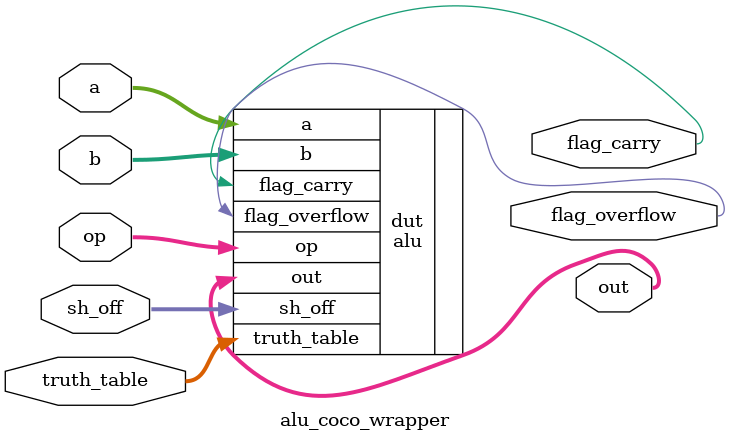
<source format=sv>
module alu_coco_wrapper(
    input wire [15:0] a,
    input wire [15:0] b,
    input wire [3:0] sh_off,
    input wire [3:0] truth_table,
    input wire [4:0] op,
    output wire flag_carry,
    output wire flag_overflow,
    output wire [15:0] out
);

alu dut(
    .a(a),
    .b(b),
    .sh_off(sh_off),
    .truth_table(truth_table),
    .op(op),
    .flag_carry(flag_carry),
    .flag_overflow(flag_overflow),
    .out(out)
);

initial begin
    $dumpfile("alu.fst");
    $dumpvars(0,dut);
end

endmodule

</source>
